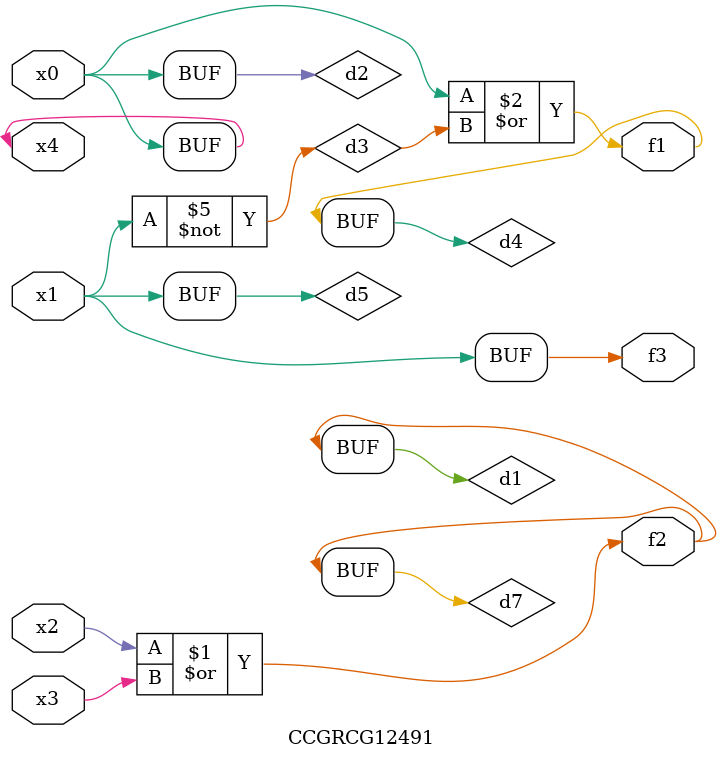
<source format=v>
module CCGRCG12491(
	input x0, x1, x2, x3, x4,
	output f1, f2, f3
);

	wire d1, d2, d3, d4, d5, d6, d7;

	or (d1, x2, x3);
	buf (d2, x0, x4);
	not (d3, x1);
	or (d4, d2, d3);
	not (d5, d3);
	nand (d6, d1, d3);
	or (d7, d1);
	assign f1 = d4;
	assign f2 = d7;
	assign f3 = d5;
endmodule

</source>
